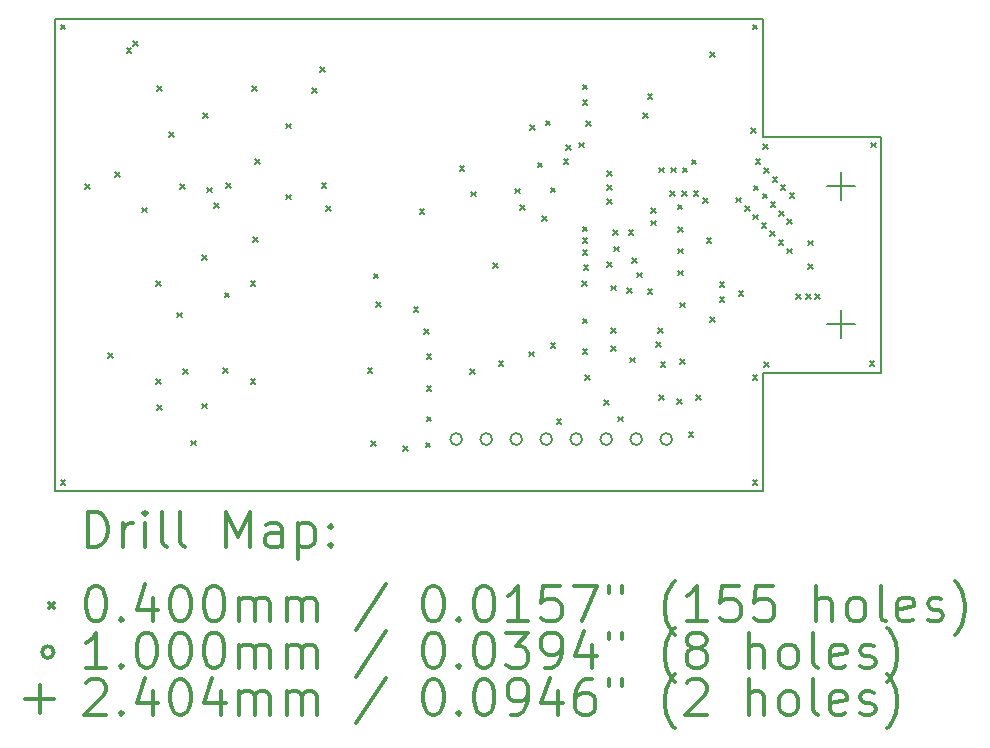
<source format=gbr>
%FSLAX45Y45*%
G04 Gerber Fmt 4.5, Leading zero omitted, Abs format (unit mm)*
G04 Created by KiCad (PCBNEW (5.1.12)-1) date 2023-03-06 18:56:20*
%MOMM*%
%LPD*%
G01*
G04 APERTURE LIST*
%TA.AperFunction,Profile*%
%ADD10C,0.150000*%
%TD*%
%ADD11C,0.200000*%
%ADD12C,0.300000*%
G04 APERTURE END LIST*
D10*
X11300000Y-9600000D02*
X5300000Y-9600000D01*
X11300000Y-10600000D02*
X11300000Y-9600000D01*
X12300000Y-10600000D02*
X11300000Y-10600000D01*
X12300000Y-12600000D02*
X12300000Y-10600000D01*
X11300000Y-12600000D02*
X12300000Y-12600000D01*
X11300000Y-13600000D02*
X11300000Y-12600000D01*
X5300000Y-13600000D02*
X11300000Y-13600000D01*
X5300000Y-9600000D02*
X5300000Y-13600000D01*
D11*
X5350000Y-9650000D02*
X5390000Y-9690000D01*
X5390000Y-9650000D02*
X5350000Y-9690000D01*
X5350000Y-13510000D02*
X5390000Y-13550000D01*
X5390000Y-13510000D02*
X5350000Y-13550000D01*
X5560000Y-11000000D02*
X5600000Y-11040000D01*
X5600000Y-11000000D02*
X5560000Y-11040000D01*
X5754000Y-12432000D02*
X5794000Y-12472000D01*
X5794000Y-12432000D02*
X5754000Y-12472000D01*
X5810000Y-10900000D02*
X5850000Y-10940000D01*
X5850000Y-10900000D02*
X5810000Y-10940000D01*
X5910500Y-9847500D02*
X5950500Y-9887500D01*
X5950500Y-9847500D02*
X5910500Y-9887500D01*
X5966000Y-9792000D02*
X6006000Y-9832000D01*
X6006000Y-9792000D02*
X5966000Y-9832000D01*
X6040000Y-11200000D02*
X6080000Y-11240000D01*
X6080000Y-11200000D02*
X6040000Y-11240000D01*
X6160000Y-11820000D02*
X6200000Y-11860000D01*
X6200000Y-11820000D02*
X6160000Y-11860000D01*
X6160000Y-12650000D02*
X6200000Y-12690000D01*
X6200000Y-12650000D02*
X6160000Y-12690000D01*
X6169000Y-12871000D02*
X6209000Y-12911000D01*
X6209000Y-12871000D02*
X6169000Y-12911000D01*
X6170000Y-10170000D02*
X6210000Y-10210000D01*
X6210000Y-10170000D02*
X6170000Y-10210000D01*
X6270000Y-10560000D02*
X6310000Y-10600000D01*
X6310000Y-10560000D02*
X6270000Y-10600000D01*
X6340000Y-12090000D02*
X6380000Y-12130000D01*
X6380000Y-12090000D02*
X6340000Y-12130000D01*
X6360000Y-11000000D02*
X6400000Y-11040000D01*
X6400000Y-11000000D02*
X6360000Y-11040000D01*
X6390000Y-12570000D02*
X6430000Y-12610000D01*
X6430000Y-12570000D02*
X6390000Y-12610000D01*
X6456000Y-13174000D02*
X6496000Y-13214000D01*
X6496000Y-13174000D02*
X6456000Y-13214000D01*
X6550000Y-11600000D02*
X6590000Y-11640000D01*
X6590000Y-11600000D02*
X6550000Y-11640000D01*
X6550000Y-12860000D02*
X6590000Y-12900000D01*
X6590000Y-12860000D02*
X6550000Y-12900000D01*
X6560000Y-10400000D02*
X6600000Y-10440000D01*
X6600000Y-10400000D02*
X6560000Y-10440000D01*
X6590000Y-11030000D02*
X6630000Y-11070000D01*
X6630000Y-11030000D02*
X6590000Y-11070000D01*
X6650000Y-11160000D02*
X6690000Y-11200000D01*
X6690000Y-11160000D02*
X6650000Y-11200000D01*
X6725000Y-12562000D02*
X6765000Y-12602000D01*
X6765000Y-12562000D02*
X6725000Y-12602000D01*
X6740000Y-11920000D02*
X6780000Y-11960000D01*
X6780000Y-11920000D02*
X6740000Y-11960000D01*
X6750000Y-10990000D02*
X6790000Y-11030000D01*
X6790000Y-10990000D02*
X6750000Y-11030000D01*
X6960000Y-11820000D02*
X7000000Y-11860000D01*
X7000000Y-11820000D02*
X6960000Y-11860000D01*
X6960000Y-12650000D02*
X7000000Y-12690000D01*
X7000000Y-12650000D02*
X6960000Y-12690000D01*
X6970000Y-10170000D02*
X7010000Y-10210000D01*
X7010000Y-10170000D02*
X6970000Y-10210000D01*
X6980000Y-11450000D02*
X7020000Y-11490000D01*
X7020000Y-11450000D02*
X6980000Y-11490000D01*
X7000000Y-10790000D02*
X7040000Y-10830000D01*
X7040000Y-10790000D02*
X7000000Y-10830000D01*
X7260000Y-10490000D02*
X7300000Y-10530000D01*
X7300000Y-10490000D02*
X7260000Y-10530000D01*
X7260000Y-11090000D02*
X7300000Y-11130000D01*
X7300000Y-11090000D02*
X7260000Y-11130000D01*
X7480000Y-10190000D02*
X7520000Y-10230000D01*
X7520000Y-10190000D02*
X7480000Y-10230000D01*
X7550000Y-10010000D02*
X7590000Y-10050000D01*
X7590000Y-10010000D02*
X7550000Y-10050000D01*
X7560000Y-10990000D02*
X7600000Y-11030000D01*
X7600000Y-10990000D02*
X7560000Y-11030000D01*
X7600000Y-11190000D02*
X7640000Y-11230000D01*
X7640000Y-11190000D02*
X7600000Y-11230000D01*
X7950000Y-12560000D02*
X7990000Y-12600000D01*
X7990000Y-12560000D02*
X7950000Y-12600000D01*
X7980000Y-13180000D02*
X8020000Y-13220000D01*
X8020000Y-13180000D02*
X7980000Y-13220000D01*
X8000000Y-11760000D02*
X8040000Y-11800000D01*
X8040000Y-11760000D02*
X8000000Y-11800000D01*
X8020000Y-12000000D02*
X8060000Y-12040000D01*
X8060000Y-12000000D02*
X8020000Y-12040000D01*
X8250000Y-13220000D02*
X8290000Y-13260000D01*
X8290000Y-13220000D02*
X8250000Y-13260000D01*
X8340000Y-12040000D02*
X8380000Y-12080000D01*
X8380000Y-12040000D02*
X8340000Y-12080000D01*
X8390000Y-11210000D02*
X8430000Y-11250000D01*
X8430000Y-11210000D02*
X8390000Y-11250000D01*
X8430000Y-12230000D02*
X8470000Y-12270000D01*
X8470000Y-12230000D02*
X8430000Y-12270000D01*
X8440000Y-13190000D02*
X8480000Y-13230000D01*
X8480000Y-13190000D02*
X8440000Y-13230000D01*
X8450000Y-12440000D02*
X8490000Y-12480000D01*
X8490000Y-12440000D02*
X8450000Y-12480000D01*
X8450000Y-12710000D02*
X8490000Y-12750000D01*
X8490000Y-12710000D02*
X8450000Y-12750000D01*
X8450000Y-12970000D02*
X8490000Y-13010000D01*
X8490000Y-12970000D02*
X8450000Y-13010000D01*
X8730000Y-10850000D02*
X8770000Y-10890000D01*
X8770000Y-10850000D02*
X8730000Y-10890000D01*
X8820000Y-12570000D02*
X8860000Y-12610000D01*
X8860000Y-12570000D02*
X8820000Y-12610000D01*
X8825000Y-11065000D02*
X8865000Y-11105000D01*
X8865000Y-11065000D02*
X8825000Y-11105000D01*
X9010000Y-11670000D02*
X9050000Y-11710000D01*
X9050000Y-11670000D02*
X9010000Y-11710000D01*
X9060000Y-12500000D02*
X9100000Y-12540000D01*
X9100000Y-12500000D02*
X9060000Y-12540000D01*
X9200000Y-11040000D02*
X9240000Y-11080000D01*
X9240000Y-11040000D02*
X9200000Y-11080000D01*
X9240000Y-11180000D02*
X9280000Y-11220000D01*
X9280000Y-11180000D02*
X9240000Y-11220000D01*
X9320000Y-12420000D02*
X9360000Y-12460000D01*
X9360000Y-12420000D02*
X9320000Y-12460000D01*
X9324000Y-10502000D02*
X9364000Y-10542000D01*
X9364000Y-10502000D02*
X9324000Y-10542000D01*
X9390000Y-10820000D02*
X9430000Y-10860000D01*
X9430000Y-10820000D02*
X9390000Y-10860000D01*
X9430000Y-11270000D02*
X9470000Y-11310000D01*
X9470000Y-11270000D02*
X9430000Y-11310000D01*
X9457000Y-10463000D02*
X9497000Y-10503000D01*
X9497000Y-10463000D02*
X9457000Y-10503000D01*
X9500000Y-11030000D02*
X9540000Y-11070000D01*
X9540000Y-11030000D02*
X9500000Y-11070000D01*
X9500000Y-12350000D02*
X9540000Y-12390000D01*
X9540000Y-12350000D02*
X9500000Y-12390000D01*
X9550000Y-12990000D02*
X9590000Y-13030000D01*
X9590000Y-12990000D02*
X9550000Y-13030000D01*
X9610000Y-10788000D02*
X9650000Y-10828000D01*
X9650000Y-10788000D02*
X9610000Y-10828000D01*
X9630000Y-10670000D02*
X9670000Y-10710000D01*
X9670000Y-10670000D02*
X9630000Y-10710000D01*
X9740000Y-10650000D02*
X9780000Y-10690000D01*
X9780000Y-10650000D02*
X9740000Y-10690000D01*
X9769000Y-11825000D02*
X9809000Y-11865000D01*
X9809000Y-11825000D02*
X9769000Y-11865000D01*
X9770000Y-10160000D02*
X9810000Y-10200000D01*
X9810000Y-10160000D02*
X9770000Y-10200000D01*
X9770000Y-10290000D02*
X9810000Y-10330000D01*
X9810000Y-10290000D02*
X9770000Y-10330000D01*
X9770000Y-11360000D02*
X9810000Y-11400000D01*
X9810000Y-11360000D02*
X9770000Y-11400000D01*
X9770000Y-11460000D02*
X9810000Y-11500000D01*
X9810000Y-11460000D02*
X9770000Y-11500000D01*
X9770000Y-11560000D02*
X9810000Y-11600000D01*
X9810000Y-11560000D02*
X9770000Y-11600000D01*
X9770000Y-12140000D02*
X9810000Y-12180000D01*
X9810000Y-12140000D02*
X9770000Y-12180000D01*
X9770000Y-12400000D02*
X9810000Y-12440000D01*
X9810000Y-12400000D02*
X9770000Y-12440000D01*
X9780000Y-11690000D02*
X9820000Y-11730000D01*
X9820000Y-11690000D02*
X9780000Y-11730000D01*
X9790000Y-12620000D02*
X9830000Y-12660000D01*
X9830000Y-12620000D02*
X9790000Y-12660000D01*
X9800000Y-10470000D02*
X9840000Y-10510000D01*
X9840000Y-10470000D02*
X9800000Y-10510000D01*
X9950000Y-12830000D02*
X9990000Y-12870000D01*
X9990000Y-12830000D02*
X9950000Y-12870000D01*
X9980000Y-10890000D02*
X10020000Y-10930000D01*
X10020000Y-10890000D02*
X9980000Y-10930000D01*
X9980000Y-11010000D02*
X10020000Y-11050000D01*
X10020000Y-11010000D02*
X9980000Y-11050000D01*
X9980000Y-11130000D02*
X10020000Y-11170000D01*
X10020000Y-11130000D02*
X9980000Y-11170000D01*
X9980000Y-11660000D02*
X10020000Y-11700000D01*
X10020000Y-11660000D02*
X9980000Y-11700000D01*
X10010000Y-11860000D02*
X10050000Y-11900000D01*
X10050000Y-11860000D02*
X10010000Y-11900000D01*
X10010000Y-12220000D02*
X10050000Y-12260000D01*
X10050000Y-12220000D02*
X10010000Y-12260000D01*
X10010000Y-12370000D02*
X10050000Y-12410000D01*
X10050000Y-12370000D02*
X10010000Y-12410000D01*
X10030000Y-11390000D02*
X10070000Y-11430000D01*
X10070000Y-11390000D02*
X10030000Y-11430000D01*
X10040000Y-11530000D02*
X10080000Y-11570000D01*
X10080000Y-11530000D02*
X10040000Y-11570000D01*
X10070000Y-12970000D02*
X10110000Y-13010000D01*
X10110000Y-12970000D02*
X10070000Y-13010000D01*
X10150000Y-11880000D02*
X10190000Y-11920000D01*
X10190000Y-11880000D02*
X10150000Y-11920000D01*
X10159000Y-11391000D02*
X10199000Y-11431000D01*
X10199000Y-11391000D02*
X10159000Y-11431000D01*
X10170000Y-12470000D02*
X10210000Y-12510000D01*
X10210000Y-12470000D02*
X10170000Y-12510000D01*
X10190000Y-11630000D02*
X10230000Y-11670000D01*
X10230000Y-11630000D02*
X10190000Y-11670000D01*
X10230000Y-11750000D02*
X10270000Y-11790000D01*
X10270000Y-11750000D02*
X10230000Y-11790000D01*
X10280000Y-10400000D02*
X10320000Y-10440000D01*
X10320000Y-10400000D02*
X10280000Y-10440000D01*
X10320000Y-10240000D02*
X10360000Y-10280000D01*
X10360000Y-10240000D02*
X10320000Y-10280000D01*
X10320000Y-11889000D02*
X10360000Y-11929000D01*
X10360000Y-11889000D02*
X10320000Y-11929000D01*
X10350000Y-11202000D02*
X10390000Y-11242000D01*
X10390000Y-11202000D02*
X10350000Y-11242000D01*
X10350000Y-11310000D02*
X10390000Y-11350000D01*
X10390000Y-11310000D02*
X10350000Y-11350000D01*
X10390000Y-12340000D02*
X10430000Y-12380000D01*
X10430000Y-12340000D02*
X10390000Y-12380000D01*
X10410000Y-12220000D02*
X10450000Y-12260000D01*
X10450000Y-12220000D02*
X10410000Y-12260000D01*
X10416000Y-10862000D02*
X10456000Y-10902000D01*
X10456000Y-10862000D02*
X10416000Y-10902000D01*
X10420000Y-12790000D02*
X10460000Y-12830000D01*
X10460000Y-12790000D02*
X10420000Y-12830000D01*
X10430000Y-12510000D02*
X10470000Y-12550000D01*
X10470000Y-12510000D02*
X10430000Y-12550000D01*
X10512000Y-11058000D02*
X10552000Y-11098000D01*
X10552000Y-11058000D02*
X10512000Y-11098000D01*
X10517000Y-10862000D02*
X10557000Y-10902000D01*
X10557000Y-10862000D02*
X10517000Y-10902000D01*
X10570000Y-12820000D02*
X10610000Y-12860000D01*
X10610000Y-12820000D02*
X10570000Y-12860000D01*
X10575000Y-11176000D02*
X10615000Y-11216000D01*
X10615000Y-11176000D02*
X10575000Y-11216000D01*
X10576000Y-11366000D02*
X10616000Y-11406000D01*
X10616000Y-11366000D02*
X10576000Y-11406000D01*
X10576000Y-11547000D02*
X10616000Y-11587000D01*
X10616000Y-11547000D02*
X10576000Y-11587000D01*
X10579000Y-11734000D02*
X10619000Y-11774000D01*
X10619000Y-11734000D02*
X10579000Y-11774000D01*
X10596499Y-12003501D02*
X10636499Y-12043501D01*
X10636499Y-12003501D02*
X10596499Y-12043501D01*
X10596499Y-12483501D02*
X10636499Y-12523501D01*
X10636499Y-12483501D02*
X10596499Y-12523501D01*
X10611000Y-11058000D02*
X10651000Y-11098000D01*
X10651000Y-11058000D02*
X10611000Y-11098000D01*
X10617000Y-10862000D02*
X10657000Y-10902000D01*
X10657000Y-10862000D02*
X10617000Y-10902000D01*
X10669000Y-13099000D02*
X10709000Y-13139000D01*
X10709000Y-13099000D02*
X10669000Y-13139000D01*
X10693000Y-10795000D02*
X10733000Y-10835000D01*
X10733000Y-10795000D02*
X10693000Y-10835000D01*
X10710000Y-11060000D02*
X10750000Y-11100000D01*
X10750000Y-11060000D02*
X10710000Y-11100000D01*
X10730000Y-12790000D02*
X10770000Y-12830000D01*
X10770000Y-12790000D02*
X10730000Y-12830000D01*
X10793000Y-11117000D02*
X10833000Y-11157000D01*
X10833000Y-11117000D02*
X10793000Y-11157000D01*
X10820000Y-11460000D02*
X10860000Y-11500000D01*
X10860000Y-11460000D02*
X10820000Y-11500000D01*
X10850000Y-12130000D02*
X10890000Y-12170000D01*
X10890000Y-12130000D02*
X10850000Y-12170000D01*
X10851000Y-9882000D02*
X10891000Y-9922000D01*
X10891000Y-9882000D02*
X10851000Y-9922000D01*
X10930000Y-11830000D02*
X10970000Y-11870000D01*
X10970000Y-11830000D02*
X10930000Y-11870000D01*
X10930000Y-11960000D02*
X10970000Y-12000000D01*
X10970000Y-11960000D02*
X10930000Y-12000000D01*
X11071000Y-11116000D02*
X11111000Y-11156000D01*
X11111000Y-11116000D02*
X11071000Y-11156000D01*
X11092000Y-11908000D02*
X11132000Y-11948000D01*
X11132000Y-11908000D02*
X11092000Y-11948000D01*
X11144000Y-11187000D02*
X11184000Y-11227000D01*
X11184000Y-11187000D02*
X11144000Y-11227000D01*
X11200000Y-10530000D02*
X11240000Y-10570000D01*
X11240000Y-10530000D02*
X11200000Y-10570000D01*
X11210000Y-9650000D02*
X11250000Y-9690000D01*
X11250000Y-9650000D02*
X11210000Y-9690000D01*
X11210000Y-12620000D02*
X11250000Y-12660000D01*
X11250000Y-12620000D02*
X11210000Y-12660000D01*
X11210000Y-13510000D02*
X11250000Y-13550000D01*
X11250000Y-13510000D02*
X11210000Y-13550000D01*
X11215000Y-11260000D02*
X11255000Y-11300000D01*
X11255000Y-11260000D02*
X11215000Y-11300000D01*
X11219000Y-11013000D02*
X11259000Y-11053000D01*
X11259000Y-11013000D02*
X11219000Y-11053000D01*
X11235000Y-10792000D02*
X11275000Y-10832000D01*
X11275000Y-10792000D02*
X11235000Y-10832000D01*
X11286000Y-11330000D02*
X11326000Y-11370000D01*
X11326000Y-11330000D02*
X11286000Y-11370000D01*
X11294000Y-11082000D02*
X11334000Y-11122000D01*
X11334000Y-11082000D02*
X11294000Y-11122000D01*
X11300000Y-10660000D02*
X11340000Y-10700000D01*
X11340000Y-10660000D02*
X11300000Y-10700000D01*
X11306000Y-10864000D02*
X11346000Y-10904000D01*
X11346000Y-10864000D02*
X11306000Y-10904000D01*
X11310000Y-12510000D02*
X11350000Y-12550000D01*
X11350000Y-12510000D02*
X11310000Y-12550000D01*
X11357000Y-11401000D02*
X11397000Y-11441000D01*
X11397000Y-11401000D02*
X11357000Y-11441000D01*
X11363000Y-11156000D02*
X11403000Y-11196000D01*
X11403000Y-11156000D02*
X11363000Y-11196000D01*
X11380000Y-10939000D02*
X11420000Y-10979000D01*
X11420000Y-10939000D02*
X11380000Y-10979000D01*
X11429000Y-11474000D02*
X11469000Y-11514000D01*
X11469000Y-11474000D02*
X11429000Y-11514000D01*
X11433000Y-11229000D02*
X11473000Y-11269000D01*
X11473000Y-11229000D02*
X11433000Y-11269000D01*
X11446000Y-11007000D02*
X11486000Y-11047000D01*
X11486000Y-11007000D02*
X11446000Y-11047000D01*
X11503000Y-11548000D02*
X11543000Y-11588000D01*
X11543000Y-11548000D02*
X11503000Y-11588000D01*
X11504000Y-11300000D02*
X11544000Y-11340000D01*
X11544000Y-11300000D02*
X11504000Y-11340000D01*
X11522000Y-11078000D02*
X11562000Y-11118000D01*
X11562000Y-11078000D02*
X11522000Y-11118000D01*
X11580000Y-11930000D02*
X11620000Y-11970000D01*
X11620000Y-11930000D02*
X11580000Y-11970000D01*
X11660000Y-11930000D02*
X11700000Y-11970000D01*
X11700000Y-11930000D02*
X11660000Y-11970000D01*
X11680000Y-11480000D02*
X11720000Y-11520000D01*
X11720000Y-11480000D02*
X11680000Y-11520000D01*
X11680000Y-11680000D02*
X11720000Y-11720000D01*
X11720000Y-11680000D02*
X11680000Y-11720000D01*
X11740000Y-11930000D02*
X11780000Y-11970000D01*
X11780000Y-11930000D02*
X11740000Y-11970000D01*
X12200000Y-12500000D02*
X12240000Y-12540000D01*
X12240000Y-12500000D02*
X12200000Y-12540000D01*
X12210000Y-10650000D02*
X12250000Y-10690000D01*
X12250000Y-10650000D02*
X12210000Y-10690000D01*
X8750000Y-13160000D02*
G75*
G03*
X8750000Y-13160000I-50000J0D01*
G01*
X9004000Y-13160000D02*
G75*
G03*
X9004000Y-13160000I-50000J0D01*
G01*
X9258000Y-13160000D02*
G75*
G03*
X9258000Y-13160000I-50000J0D01*
G01*
X9512000Y-13160000D02*
G75*
G03*
X9512000Y-13160000I-50000J0D01*
G01*
X9766000Y-13160000D02*
G75*
G03*
X9766000Y-13160000I-50000J0D01*
G01*
X10020000Y-13160000D02*
G75*
G03*
X10020000Y-13160000I-50000J0D01*
G01*
X10274000Y-13160000D02*
G75*
G03*
X10274000Y-13160000I-50000J0D01*
G01*
X10528000Y-13160000D02*
G75*
G03*
X10528000Y-13160000I-50000J0D01*
G01*
X11960000Y-10894800D02*
X11960000Y-11135200D01*
X11839800Y-11015000D02*
X12080200Y-11015000D01*
X11960000Y-12064800D02*
X11960000Y-12305200D01*
X11839800Y-12185000D02*
X12080200Y-12185000D01*
D12*
X5578928Y-14073214D02*
X5578928Y-13773214D01*
X5650357Y-13773214D01*
X5693214Y-13787500D01*
X5721786Y-13816071D01*
X5736071Y-13844643D01*
X5750357Y-13901786D01*
X5750357Y-13944643D01*
X5736071Y-14001786D01*
X5721786Y-14030357D01*
X5693214Y-14058929D01*
X5650357Y-14073214D01*
X5578928Y-14073214D01*
X5878928Y-14073214D02*
X5878928Y-13873214D01*
X5878928Y-13930357D02*
X5893214Y-13901786D01*
X5907500Y-13887500D01*
X5936071Y-13873214D01*
X5964643Y-13873214D01*
X6064643Y-14073214D02*
X6064643Y-13873214D01*
X6064643Y-13773214D02*
X6050357Y-13787500D01*
X6064643Y-13801786D01*
X6078928Y-13787500D01*
X6064643Y-13773214D01*
X6064643Y-13801786D01*
X6250357Y-14073214D02*
X6221786Y-14058929D01*
X6207500Y-14030357D01*
X6207500Y-13773214D01*
X6407500Y-14073214D02*
X6378928Y-14058929D01*
X6364643Y-14030357D01*
X6364643Y-13773214D01*
X6750357Y-14073214D02*
X6750357Y-13773214D01*
X6850357Y-13987500D01*
X6950357Y-13773214D01*
X6950357Y-14073214D01*
X7221786Y-14073214D02*
X7221786Y-13916071D01*
X7207500Y-13887500D01*
X7178928Y-13873214D01*
X7121786Y-13873214D01*
X7093214Y-13887500D01*
X7221786Y-14058929D02*
X7193214Y-14073214D01*
X7121786Y-14073214D01*
X7093214Y-14058929D01*
X7078928Y-14030357D01*
X7078928Y-14001786D01*
X7093214Y-13973214D01*
X7121786Y-13958929D01*
X7193214Y-13958929D01*
X7221786Y-13944643D01*
X7364643Y-13873214D02*
X7364643Y-14173214D01*
X7364643Y-13887500D02*
X7393214Y-13873214D01*
X7450357Y-13873214D01*
X7478928Y-13887500D01*
X7493214Y-13901786D01*
X7507500Y-13930357D01*
X7507500Y-14016071D01*
X7493214Y-14044643D01*
X7478928Y-14058929D01*
X7450357Y-14073214D01*
X7393214Y-14073214D01*
X7364643Y-14058929D01*
X7636071Y-14044643D02*
X7650357Y-14058929D01*
X7636071Y-14073214D01*
X7621786Y-14058929D01*
X7636071Y-14044643D01*
X7636071Y-14073214D01*
X7636071Y-13887500D02*
X7650357Y-13901786D01*
X7636071Y-13916071D01*
X7621786Y-13901786D01*
X7636071Y-13887500D01*
X7636071Y-13916071D01*
X5252500Y-14547500D02*
X5292500Y-14587500D01*
X5292500Y-14547500D02*
X5252500Y-14587500D01*
X5636071Y-14403214D02*
X5664643Y-14403214D01*
X5693214Y-14417500D01*
X5707500Y-14431786D01*
X5721786Y-14460357D01*
X5736071Y-14517500D01*
X5736071Y-14588929D01*
X5721786Y-14646071D01*
X5707500Y-14674643D01*
X5693214Y-14688929D01*
X5664643Y-14703214D01*
X5636071Y-14703214D01*
X5607500Y-14688929D01*
X5593214Y-14674643D01*
X5578928Y-14646071D01*
X5564643Y-14588929D01*
X5564643Y-14517500D01*
X5578928Y-14460357D01*
X5593214Y-14431786D01*
X5607500Y-14417500D01*
X5636071Y-14403214D01*
X5864643Y-14674643D02*
X5878928Y-14688929D01*
X5864643Y-14703214D01*
X5850357Y-14688929D01*
X5864643Y-14674643D01*
X5864643Y-14703214D01*
X6136071Y-14503214D02*
X6136071Y-14703214D01*
X6064643Y-14388929D02*
X5993214Y-14603214D01*
X6178928Y-14603214D01*
X6350357Y-14403214D02*
X6378928Y-14403214D01*
X6407500Y-14417500D01*
X6421786Y-14431786D01*
X6436071Y-14460357D01*
X6450357Y-14517500D01*
X6450357Y-14588929D01*
X6436071Y-14646071D01*
X6421786Y-14674643D01*
X6407500Y-14688929D01*
X6378928Y-14703214D01*
X6350357Y-14703214D01*
X6321786Y-14688929D01*
X6307500Y-14674643D01*
X6293214Y-14646071D01*
X6278928Y-14588929D01*
X6278928Y-14517500D01*
X6293214Y-14460357D01*
X6307500Y-14431786D01*
X6321786Y-14417500D01*
X6350357Y-14403214D01*
X6636071Y-14403214D02*
X6664643Y-14403214D01*
X6693214Y-14417500D01*
X6707500Y-14431786D01*
X6721786Y-14460357D01*
X6736071Y-14517500D01*
X6736071Y-14588929D01*
X6721786Y-14646071D01*
X6707500Y-14674643D01*
X6693214Y-14688929D01*
X6664643Y-14703214D01*
X6636071Y-14703214D01*
X6607500Y-14688929D01*
X6593214Y-14674643D01*
X6578928Y-14646071D01*
X6564643Y-14588929D01*
X6564643Y-14517500D01*
X6578928Y-14460357D01*
X6593214Y-14431786D01*
X6607500Y-14417500D01*
X6636071Y-14403214D01*
X6864643Y-14703214D02*
X6864643Y-14503214D01*
X6864643Y-14531786D02*
X6878928Y-14517500D01*
X6907500Y-14503214D01*
X6950357Y-14503214D01*
X6978928Y-14517500D01*
X6993214Y-14546071D01*
X6993214Y-14703214D01*
X6993214Y-14546071D02*
X7007500Y-14517500D01*
X7036071Y-14503214D01*
X7078928Y-14503214D01*
X7107500Y-14517500D01*
X7121786Y-14546071D01*
X7121786Y-14703214D01*
X7264643Y-14703214D02*
X7264643Y-14503214D01*
X7264643Y-14531786D02*
X7278928Y-14517500D01*
X7307500Y-14503214D01*
X7350357Y-14503214D01*
X7378928Y-14517500D01*
X7393214Y-14546071D01*
X7393214Y-14703214D01*
X7393214Y-14546071D02*
X7407500Y-14517500D01*
X7436071Y-14503214D01*
X7478928Y-14503214D01*
X7507500Y-14517500D01*
X7521786Y-14546071D01*
X7521786Y-14703214D01*
X8107500Y-14388929D02*
X7850357Y-14774643D01*
X8493214Y-14403214D02*
X8521786Y-14403214D01*
X8550357Y-14417500D01*
X8564643Y-14431786D01*
X8578928Y-14460357D01*
X8593214Y-14517500D01*
X8593214Y-14588929D01*
X8578928Y-14646071D01*
X8564643Y-14674643D01*
X8550357Y-14688929D01*
X8521786Y-14703214D01*
X8493214Y-14703214D01*
X8464643Y-14688929D01*
X8450357Y-14674643D01*
X8436071Y-14646071D01*
X8421786Y-14588929D01*
X8421786Y-14517500D01*
X8436071Y-14460357D01*
X8450357Y-14431786D01*
X8464643Y-14417500D01*
X8493214Y-14403214D01*
X8721786Y-14674643D02*
X8736071Y-14688929D01*
X8721786Y-14703214D01*
X8707500Y-14688929D01*
X8721786Y-14674643D01*
X8721786Y-14703214D01*
X8921786Y-14403214D02*
X8950357Y-14403214D01*
X8978928Y-14417500D01*
X8993214Y-14431786D01*
X9007500Y-14460357D01*
X9021786Y-14517500D01*
X9021786Y-14588929D01*
X9007500Y-14646071D01*
X8993214Y-14674643D01*
X8978928Y-14688929D01*
X8950357Y-14703214D01*
X8921786Y-14703214D01*
X8893214Y-14688929D01*
X8878928Y-14674643D01*
X8864643Y-14646071D01*
X8850357Y-14588929D01*
X8850357Y-14517500D01*
X8864643Y-14460357D01*
X8878928Y-14431786D01*
X8893214Y-14417500D01*
X8921786Y-14403214D01*
X9307500Y-14703214D02*
X9136071Y-14703214D01*
X9221786Y-14703214D02*
X9221786Y-14403214D01*
X9193214Y-14446071D01*
X9164643Y-14474643D01*
X9136071Y-14488929D01*
X9578928Y-14403214D02*
X9436071Y-14403214D01*
X9421786Y-14546071D01*
X9436071Y-14531786D01*
X9464643Y-14517500D01*
X9536071Y-14517500D01*
X9564643Y-14531786D01*
X9578928Y-14546071D01*
X9593214Y-14574643D01*
X9593214Y-14646071D01*
X9578928Y-14674643D01*
X9564643Y-14688929D01*
X9536071Y-14703214D01*
X9464643Y-14703214D01*
X9436071Y-14688929D01*
X9421786Y-14674643D01*
X9693214Y-14403214D02*
X9893214Y-14403214D01*
X9764643Y-14703214D01*
X9993214Y-14403214D02*
X9993214Y-14460357D01*
X10107500Y-14403214D02*
X10107500Y-14460357D01*
X10550357Y-14817500D02*
X10536071Y-14803214D01*
X10507500Y-14760357D01*
X10493214Y-14731786D01*
X10478928Y-14688929D01*
X10464643Y-14617500D01*
X10464643Y-14560357D01*
X10478928Y-14488929D01*
X10493214Y-14446071D01*
X10507500Y-14417500D01*
X10536071Y-14374643D01*
X10550357Y-14360357D01*
X10821786Y-14703214D02*
X10650357Y-14703214D01*
X10736071Y-14703214D02*
X10736071Y-14403214D01*
X10707500Y-14446071D01*
X10678928Y-14474643D01*
X10650357Y-14488929D01*
X11093214Y-14403214D02*
X10950357Y-14403214D01*
X10936071Y-14546071D01*
X10950357Y-14531786D01*
X10978928Y-14517500D01*
X11050357Y-14517500D01*
X11078928Y-14531786D01*
X11093214Y-14546071D01*
X11107500Y-14574643D01*
X11107500Y-14646071D01*
X11093214Y-14674643D01*
X11078928Y-14688929D01*
X11050357Y-14703214D01*
X10978928Y-14703214D01*
X10950357Y-14688929D01*
X10936071Y-14674643D01*
X11378928Y-14403214D02*
X11236071Y-14403214D01*
X11221786Y-14546071D01*
X11236071Y-14531786D01*
X11264643Y-14517500D01*
X11336071Y-14517500D01*
X11364643Y-14531786D01*
X11378928Y-14546071D01*
X11393214Y-14574643D01*
X11393214Y-14646071D01*
X11378928Y-14674643D01*
X11364643Y-14688929D01*
X11336071Y-14703214D01*
X11264643Y-14703214D01*
X11236071Y-14688929D01*
X11221786Y-14674643D01*
X11750357Y-14703214D02*
X11750357Y-14403214D01*
X11878928Y-14703214D02*
X11878928Y-14546071D01*
X11864643Y-14517500D01*
X11836071Y-14503214D01*
X11793214Y-14503214D01*
X11764643Y-14517500D01*
X11750357Y-14531786D01*
X12064643Y-14703214D02*
X12036071Y-14688929D01*
X12021786Y-14674643D01*
X12007500Y-14646071D01*
X12007500Y-14560357D01*
X12021786Y-14531786D01*
X12036071Y-14517500D01*
X12064643Y-14503214D01*
X12107500Y-14503214D01*
X12136071Y-14517500D01*
X12150357Y-14531786D01*
X12164643Y-14560357D01*
X12164643Y-14646071D01*
X12150357Y-14674643D01*
X12136071Y-14688929D01*
X12107500Y-14703214D01*
X12064643Y-14703214D01*
X12336071Y-14703214D02*
X12307500Y-14688929D01*
X12293214Y-14660357D01*
X12293214Y-14403214D01*
X12564643Y-14688929D02*
X12536071Y-14703214D01*
X12478928Y-14703214D01*
X12450357Y-14688929D01*
X12436071Y-14660357D01*
X12436071Y-14546071D01*
X12450357Y-14517500D01*
X12478928Y-14503214D01*
X12536071Y-14503214D01*
X12564643Y-14517500D01*
X12578928Y-14546071D01*
X12578928Y-14574643D01*
X12436071Y-14603214D01*
X12693214Y-14688929D02*
X12721786Y-14703214D01*
X12778928Y-14703214D01*
X12807500Y-14688929D01*
X12821786Y-14660357D01*
X12821786Y-14646071D01*
X12807500Y-14617500D01*
X12778928Y-14603214D01*
X12736071Y-14603214D01*
X12707500Y-14588929D01*
X12693214Y-14560357D01*
X12693214Y-14546071D01*
X12707500Y-14517500D01*
X12736071Y-14503214D01*
X12778928Y-14503214D01*
X12807500Y-14517500D01*
X12921786Y-14817500D02*
X12936071Y-14803214D01*
X12964643Y-14760357D01*
X12978928Y-14731786D01*
X12993214Y-14688929D01*
X13007500Y-14617500D01*
X13007500Y-14560357D01*
X12993214Y-14488929D01*
X12978928Y-14446071D01*
X12964643Y-14417500D01*
X12936071Y-14374643D01*
X12921786Y-14360357D01*
X5292500Y-14963500D02*
G75*
G03*
X5292500Y-14963500I-50000J0D01*
G01*
X5736071Y-15099214D02*
X5564643Y-15099214D01*
X5650357Y-15099214D02*
X5650357Y-14799214D01*
X5621786Y-14842071D01*
X5593214Y-14870643D01*
X5564643Y-14884929D01*
X5864643Y-15070643D02*
X5878928Y-15084929D01*
X5864643Y-15099214D01*
X5850357Y-15084929D01*
X5864643Y-15070643D01*
X5864643Y-15099214D01*
X6064643Y-14799214D02*
X6093214Y-14799214D01*
X6121786Y-14813500D01*
X6136071Y-14827786D01*
X6150357Y-14856357D01*
X6164643Y-14913500D01*
X6164643Y-14984929D01*
X6150357Y-15042071D01*
X6136071Y-15070643D01*
X6121786Y-15084929D01*
X6093214Y-15099214D01*
X6064643Y-15099214D01*
X6036071Y-15084929D01*
X6021786Y-15070643D01*
X6007500Y-15042071D01*
X5993214Y-14984929D01*
X5993214Y-14913500D01*
X6007500Y-14856357D01*
X6021786Y-14827786D01*
X6036071Y-14813500D01*
X6064643Y-14799214D01*
X6350357Y-14799214D02*
X6378928Y-14799214D01*
X6407500Y-14813500D01*
X6421786Y-14827786D01*
X6436071Y-14856357D01*
X6450357Y-14913500D01*
X6450357Y-14984929D01*
X6436071Y-15042071D01*
X6421786Y-15070643D01*
X6407500Y-15084929D01*
X6378928Y-15099214D01*
X6350357Y-15099214D01*
X6321786Y-15084929D01*
X6307500Y-15070643D01*
X6293214Y-15042071D01*
X6278928Y-14984929D01*
X6278928Y-14913500D01*
X6293214Y-14856357D01*
X6307500Y-14827786D01*
X6321786Y-14813500D01*
X6350357Y-14799214D01*
X6636071Y-14799214D02*
X6664643Y-14799214D01*
X6693214Y-14813500D01*
X6707500Y-14827786D01*
X6721786Y-14856357D01*
X6736071Y-14913500D01*
X6736071Y-14984929D01*
X6721786Y-15042071D01*
X6707500Y-15070643D01*
X6693214Y-15084929D01*
X6664643Y-15099214D01*
X6636071Y-15099214D01*
X6607500Y-15084929D01*
X6593214Y-15070643D01*
X6578928Y-15042071D01*
X6564643Y-14984929D01*
X6564643Y-14913500D01*
X6578928Y-14856357D01*
X6593214Y-14827786D01*
X6607500Y-14813500D01*
X6636071Y-14799214D01*
X6864643Y-15099214D02*
X6864643Y-14899214D01*
X6864643Y-14927786D02*
X6878928Y-14913500D01*
X6907500Y-14899214D01*
X6950357Y-14899214D01*
X6978928Y-14913500D01*
X6993214Y-14942071D01*
X6993214Y-15099214D01*
X6993214Y-14942071D02*
X7007500Y-14913500D01*
X7036071Y-14899214D01*
X7078928Y-14899214D01*
X7107500Y-14913500D01*
X7121786Y-14942071D01*
X7121786Y-15099214D01*
X7264643Y-15099214D02*
X7264643Y-14899214D01*
X7264643Y-14927786D02*
X7278928Y-14913500D01*
X7307500Y-14899214D01*
X7350357Y-14899214D01*
X7378928Y-14913500D01*
X7393214Y-14942071D01*
X7393214Y-15099214D01*
X7393214Y-14942071D02*
X7407500Y-14913500D01*
X7436071Y-14899214D01*
X7478928Y-14899214D01*
X7507500Y-14913500D01*
X7521786Y-14942071D01*
X7521786Y-15099214D01*
X8107500Y-14784929D02*
X7850357Y-15170643D01*
X8493214Y-14799214D02*
X8521786Y-14799214D01*
X8550357Y-14813500D01*
X8564643Y-14827786D01*
X8578928Y-14856357D01*
X8593214Y-14913500D01*
X8593214Y-14984929D01*
X8578928Y-15042071D01*
X8564643Y-15070643D01*
X8550357Y-15084929D01*
X8521786Y-15099214D01*
X8493214Y-15099214D01*
X8464643Y-15084929D01*
X8450357Y-15070643D01*
X8436071Y-15042071D01*
X8421786Y-14984929D01*
X8421786Y-14913500D01*
X8436071Y-14856357D01*
X8450357Y-14827786D01*
X8464643Y-14813500D01*
X8493214Y-14799214D01*
X8721786Y-15070643D02*
X8736071Y-15084929D01*
X8721786Y-15099214D01*
X8707500Y-15084929D01*
X8721786Y-15070643D01*
X8721786Y-15099214D01*
X8921786Y-14799214D02*
X8950357Y-14799214D01*
X8978928Y-14813500D01*
X8993214Y-14827786D01*
X9007500Y-14856357D01*
X9021786Y-14913500D01*
X9021786Y-14984929D01*
X9007500Y-15042071D01*
X8993214Y-15070643D01*
X8978928Y-15084929D01*
X8950357Y-15099214D01*
X8921786Y-15099214D01*
X8893214Y-15084929D01*
X8878928Y-15070643D01*
X8864643Y-15042071D01*
X8850357Y-14984929D01*
X8850357Y-14913500D01*
X8864643Y-14856357D01*
X8878928Y-14827786D01*
X8893214Y-14813500D01*
X8921786Y-14799214D01*
X9121786Y-14799214D02*
X9307500Y-14799214D01*
X9207500Y-14913500D01*
X9250357Y-14913500D01*
X9278928Y-14927786D01*
X9293214Y-14942071D01*
X9307500Y-14970643D01*
X9307500Y-15042071D01*
X9293214Y-15070643D01*
X9278928Y-15084929D01*
X9250357Y-15099214D01*
X9164643Y-15099214D01*
X9136071Y-15084929D01*
X9121786Y-15070643D01*
X9450357Y-15099214D02*
X9507500Y-15099214D01*
X9536071Y-15084929D01*
X9550357Y-15070643D01*
X9578928Y-15027786D01*
X9593214Y-14970643D01*
X9593214Y-14856357D01*
X9578928Y-14827786D01*
X9564643Y-14813500D01*
X9536071Y-14799214D01*
X9478928Y-14799214D01*
X9450357Y-14813500D01*
X9436071Y-14827786D01*
X9421786Y-14856357D01*
X9421786Y-14927786D01*
X9436071Y-14956357D01*
X9450357Y-14970643D01*
X9478928Y-14984929D01*
X9536071Y-14984929D01*
X9564643Y-14970643D01*
X9578928Y-14956357D01*
X9593214Y-14927786D01*
X9850357Y-14899214D02*
X9850357Y-15099214D01*
X9778928Y-14784929D02*
X9707500Y-14999214D01*
X9893214Y-14999214D01*
X9993214Y-14799214D02*
X9993214Y-14856357D01*
X10107500Y-14799214D02*
X10107500Y-14856357D01*
X10550357Y-15213500D02*
X10536071Y-15199214D01*
X10507500Y-15156357D01*
X10493214Y-15127786D01*
X10478928Y-15084929D01*
X10464643Y-15013500D01*
X10464643Y-14956357D01*
X10478928Y-14884929D01*
X10493214Y-14842071D01*
X10507500Y-14813500D01*
X10536071Y-14770643D01*
X10550357Y-14756357D01*
X10707500Y-14927786D02*
X10678928Y-14913500D01*
X10664643Y-14899214D01*
X10650357Y-14870643D01*
X10650357Y-14856357D01*
X10664643Y-14827786D01*
X10678928Y-14813500D01*
X10707500Y-14799214D01*
X10764643Y-14799214D01*
X10793214Y-14813500D01*
X10807500Y-14827786D01*
X10821786Y-14856357D01*
X10821786Y-14870643D01*
X10807500Y-14899214D01*
X10793214Y-14913500D01*
X10764643Y-14927786D01*
X10707500Y-14927786D01*
X10678928Y-14942071D01*
X10664643Y-14956357D01*
X10650357Y-14984929D01*
X10650357Y-15042071D01*
X10664643Y-15070643D01*
X10678928Y-15084929D01*
X10707500Y-15099214D01*
X10764643Y-15099214D01*
X10793214Y-15084929D01*
X10807500Y-15070643D01*
X10821786Y-15042071D01*
X10821786Y-14984929D01*
X10807500Y-14956357D01*
X10793214Y-14942071D01*
X10764643Y-14927786D01*
X11178928Y-15099214D02*
X11178928Y-14799214D01*
X11307500Y-15099214D02*
X11307500Y-14942071D01*
X11293214Y-14913500D01*
X11264643Y-14899214D01*
X11221786Y-14899214D01*
X11193214Y-14913500D01*
X11178928Y-14927786D01*
X11493214Y-15099214D02*
X11464643Y-15084929D01*
X11450357Y-15070643D01*
X11436071Y-15042071D01*
X11436071Y-14956357D01*
X11450357Y-14927786D01*
X11464643Y-14913500D01*
X11493214Y-14899214D01*
X11536071Y-14899214D01*
X11564643Y-14913500D01*
X11578928Y-14927786D01*
X11593214Y-14956357D01*
X11593214Y-15042071D01*
X11578928Y-15070643D01*
X11564643Y-15084929D01*
X11536071Y-15099214D01*
X11493214Y-15099214D01*
X11764643Y-15099214D02*
X11736071Y-15084929D01*
X11721786Y-15056357D01*
X11721786Y-14799214D01*
X11993214Y-15084929D02*
X11964643Y-15099214D01*
X11907500Y-15099214D01*
X11878928Y-15084929D01*
X11864643Y-15056357D01*
X11864643Y-14942071D01*
X11878928Y-14913500D01*
X11907500Y-14899214D01*
X11964643Y-14899214D01*
X11993214Y-14913500D01*
X12007500Y-14942071D01*
X12007500Y-14970643D01*
X11864643Y-14999214D01*
X12121786Y-15084929D02*
X12150357Y-15099214D01*
X12207500Y-15099214D01*
X12236071Y-15084929D01*
X12250357Y-15056357D01*
X12250357Y-15042071D01*
X12236071Y-15013500D01*
X12207500Y-14999214D01*
X12164643Y-14999214D01*
X12136071Y-14984929D01*
X12121786Y-14956357D01*
X12121786Y-14942071D01*
X12136071Y-14913500D01*
X12164643Y-14899214D01*
X12207500Y-14899214D01*
X12236071Y-14913500D01*
X12350357Y-15213500D02*
X12364643Y-15199214D01*
X12393214Y-15156357D01*
X12407500Y-15127786D01*
X12421786Y-15084929D01*
X12436071Y-15013500D01*
X12436071Y-14956357D01*
X12421786Y-14884929D01*
X12407500Y-14842071D01*
X12393214Y-14813500D01*
X12364643Y-14770643D01*
X12350357Y-14756357D01*
X5172300Y-15239300D02*
X5172300Y-15479700D01*
X5052100Y-15359500D02*
X5292500Y-15359500D01*
X5564643Y-15223786D02*
X5578928Y-15209500D01*
X5607500Y-15195214D01*
X5678928Y-15195214D01*
X5707500Y-15209500D01*
X5721786Y-15223786D01*
X5736071Y-15252357D01*
X5736071Y-15280929D01*
X5721786Y-15323786D01*
X5550357Y-15495214D01*
X5736071Y-15495214D01*
X5864643Y-15466643D02*
X5878928Y-15480929D01*
X5864643Y-15495214D01*
X5850357Y-15480929D01*
X5864643Y-15466643D01*
X5864643Y-15495214D01*
X6136071Y-15295214D02*
X6136071Y-15495214D01*
X6064643Y-15180929D02*
X5993214Y-15395214D01*
X6178928Y-15395214D01*
X6350357Y-15195214D02*
X6378928Y-15195214D01*
X6407500Y-15209500D01*
X6421786Y-15223786D01*
X6436071Y-15252357D01*
X6450357Y-15309500D01*
X6450357Y-15380929D01*
X6436071Y-15438071D01*
X6421786Y-15466643D01*
X6407500Y-15480929D01*
X6378928Y-15495214D01*
X6350357Y-15495214D01*
X6321786Y-15480929D01*
X6307500Y-15466643D01*
X6293214Y-15438071D01*
X6278928Y-15380929D01*
X6278928Y-15309500D01*
X6293214Y-15252357D01*
X6307500Y-15223786D01*
X6321786Y-15209500D01*
X6350357Y-15195214D01*
X6707500Y-15295214D02*
X6707500Y-15495214D01*
X6636071Y-15180929D02*
X6564643Y-15395214D01*
X6750357Y-15395214D01*
X6864643Y-15495214D02*
X6864643Y-15295214D01*
X6864643Y-15323786D02*
X6878928Y-15309500D01*
X6907500Y-15295214D01*
X6950357Y-15295214D01*
X6978928Y-15309500D01*
X6993214Y-15338071D01*
X6993214Y-15495214D01*
X6993214Y-15338071D02*
X7007500Y-15309500D01*
X7036071Y-15295214D01*
X7078928Y-15295214D01*
X7107500Y-15309500D01*
X7121786Y-15338071D01*
X7121786Y-15495214D01*
X7264643Y-15495214D02*
X7264643Y-15295214D01*
X7264643Y-15323786D02*
X7278928Y-15309500D01*
X7307500Y-15295214D01*
X7350357Y-15295214D01*
X7378928Y-15309500D01*
X7393214Y-15338071D01*
X7393214Y-15495214D01*
X7393214Y-15338071D02*
X7407500Y-15309500D01*
X7436071Y-15295214D01*
X7478928Y-15295214D01*
X7507500Y-15309500D01*
X7521786Y-15338071D01*
X7521786Y-15495214D01*
X8107500Y-15180929D02*
X7850357Y-15566643D01*
X8493214Y-15195214D02*
X8521786Y-15195214D01*
X8550357Y-15209500D01*
X8564643Y-15223786D01*
X8578928Y-15252357D01*
X8593214Y-15309500D01*
X8593214Y-15380929D01*
X8578928Y-15438071D01*
X8564643Y-15466643D01*
X8550357Y-15480929D01*
X8521786Y-15495214D01*
X8493214Y-15495214D01*
X8464643Y-15480929D01*
X8450357Y-15466643D01*
X8436071Y-15438071D01*
X8421786Y-15380929D01*
X8421786Y-15309500D01*
X8436071Y-15252357D01*
X8450357Y-15223786D01*
X8464643Y-15209500D01*
X8493214Y-15195214D01*
X8721786Y-15466643D02*
X8736071Y-15480929D01*
X8721786Y-15495214D01*
X8707500Y-15480929D01*
X8721786Y-15466643D01*
X8721786Y-15495214D01*
X8921786Y-15195214D02*
X8950357Y-15195214D01*
X8978928Y-15209500D01*
X8993214Y-15223786D01*
X9007500Y-15252357D01*
X9021786Y-15309500D01*
X9021786Y-15380929D01*
X9007500Y-15438071D01*
X8993214Y-15466643D01*
X8978928Y-15480929D01*
X8950357Y-15495214D01*
X8921786Y-15495214D01*
X8893214Y-15480929D01*
X8878928Y-15466643D01*
X8864643Y-15438071D01*
X8850357Y-15380929D01*
X8850357Y-15309500D01*
X8864643Y-15252357D01*
X8878928Y-15223786D01*
X8893214Y-15209500D01*
X8921786Y-15195214D01*
X9164643Y-15495214D02*
X9221786Y-15495214D01*
X9250357Y-15480929D01*
X9264643Y-15466643D01*
X9293214Y-15423786D01*
X9307500Y-15366643D01*
X9307500Y-15252357D01*
X9293214Y-15223786D01*
X9278928Y-15209500D01*
X9250357Y-15195214D01*
X9193214Y-15195214D01*
X9164643Y-15209500D01*
X9150357Y-15223786D01*
X9136071Y-15252357D01*
X9136071Y-15323786D01*
X9150357Y-15352357D01*
X9164643Y-15366643D01*
X9193214Y-15380929D01*
X9250357Y-15380929D01*
X9278928Y-15366643D01*
X9293214Y-15352357D01*
X9307500Y-15323786D01*
X9564643Y-15295214D02*
X9564643Y-15495214D01*
X9493214Y-15180929D02*
X9421786Y-15395214D01*
X9607500Y-15395214D01*
X9850357Y-15195214D02*
X9793214Y-15195214D01*
X9764643Y-15209500D01*
X9750357Y-15223786D01*
X9721786Y-15266643D01*
X9707500Y-15323786D01*
X9707500Y-15438071D01*
X9721786Y-15466643D01*
X9736071Y-15480929D01*
X9764643Y-15495214D01*
X9821786Y-15495214D01*
X9850357Y-15480929D01*
X9864643Y-15466643D01*
X9878928Y-15438071D01*
X9878928Y-15366643D01*
X9864643Y-15338071D01*
X9850357Y-15323786D01*
X9821786Y-15309500D01*
X9764643Y-15309500D01*
X9736071Y-15323786D01*
X9721786Y-15338071D01*
X9707500Y-15366643D01*
X9993214Y-15195214D02*
X9993214Y-15252357D01*
X10107500Y-15195214D02*
X10107500Y-15252357D01*
X10550357Y-15609500D02*
X10536071Y-15595214D01*
X10507500Y-15552357D01*
X10493214Y-15523786D01*
X10478928Y-15480929D01*
X10464643Y-15409500D01*
X10464643Y-15352357D01*
X10478928Y-15280929D01*
X10493214Y-15238071D01*
X10507500Y-15209500D01*
X10536071Y-15166643D01*
X10550357Y-15152357D01*
X10650357Y-15223786D02*
X10664643Y-15209500D01*
X10693214Y-15195214D01*
X10764643Y-15195214D01*
X10793214Y-15209500D01*
X10807500Y-15223786D01*
X10821786Y-15252357D01*
X10821786Y-15280929D01*
X10807500Y-15323786D01*
X10636071Y-15495214D01*
X10821786Y-15495214D01*
X11178928Y-15495214D02*
X11178928Y-15195214D01*
X11307500Y-15495214D02*
X11307500Y-15338071D01*
X11293214Y-15309500D01*
X11264643Y-15295214D01*
X11221786Y-15295214D01*
X11193214Y-15309500D01*
X11178928Y-15323786D01*
X11493214Y-15495214D02*
X11464643Y-15480929D01*
X11450357Y-15466643D01*
X11436071Y-15438071D01*
X11436071Y-15352357D01*
X11450357Y-15323786D01*
X11464643Y-15309500D01*
X11493214Y-15295214D01*
X11536071Y-15295214D01*
X11564643Y-15309500D01*
X11578928Y-15323786D01*
X11593214Y-15352357D01*
X11593214Y-15438071D01*
X11578928Y-15466643D01*
X11564643Y-15480929D01*
X11536071Y-15495214D01*
X11493214Y-15495214D01*
X11764643Y-15495214D02*
X11736071Y-15480929D01*
X11721786Y-15452357D01*
X11721786Y-15195214D01*
X11993214Y-15480929D02*
X11964643Y-15495214D01*
X11907500Y-15495214D01*
X11878928Y-15480929D01*
X11864643Y-15452357D01*
X11864643Y-15338071D01*
X11878928Y-15309500D01*
X11907500Y-15295214D01*
X11964643Y-15295214D01*
X11993214Y-15309500D01*
X12007500Y-15338071D01*
X12007500Y-15366643D01*
X11864643Y-15395214D01*
X12121786Y-15480929D02*
X12150357Y-15495214D01*
X12207500Y-15495214D01*
X12236071Y-15480929D01*
X12250357Y-15452357D01*
X12250357Y-15438071D01*
X12236071Y-15409500D01*
X12207500Y-15395214D01*
X12164643Y-15395214D01*
X12136071Y-15380929D01*
X12121786Y-15352357D01*
X12121786Y-15338071D01*
X12136071Y-15309500D01*
X12164643Y-15295214D01*
X12207500Y-15295214D01*
X12236071Y-15309500D01*
X12350357Y-15609500D02*
X12364643Y-15595214D01*
X12393214Y-15552357D01*
X12407500Y-15523786D01*
X12421786Y-15480929D01*
X12436071Y-15409500D01*
X12436071Y-15352357D01*
X12421786Y-15280929D01*
X12407500Y-15238071D01*
X12393214Y-15209500D01*
X12364643Y-15166643D01*
X12350357Y-15152357D01*
M02*

</source>
